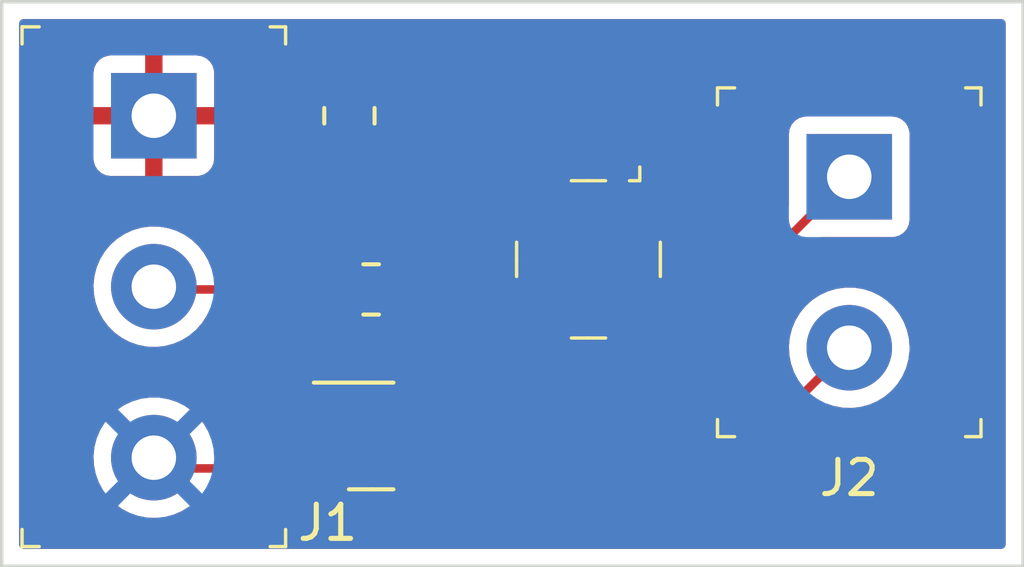
<source format=kicad_pcb>
(kicad_pcb (version 20210228) (generator pcbnew)
  (layers (0 "F.Cu" signal) (31 "B.Cu" signal) (34 "B.Paste" user) (35 "F.Paste" user) (36 "B.SilkS" user "B.Silkscreen") (37 "F.SilkS" user "F.Silkscreen") (38 "B.Mask" user) (39 "F.Mask" user) (44 "Edge.Cuts" user))
  (net 0 "")
  (footprint "UH_HA:Term_Block_1x2_P5mm" (layer "F.Cu") (at 153.67 91.48 -90)
    (fp_text reference "J2" (at 8.81 0) (layer "F.SilkS"))
    (fp_text value "TerminalBlock_3pin" hide)
    (fp_line (start 7.6 -3.85) (end 7.1 -3.85) (layer "F.SilkS") (width 0.1))
    (fp_line (start 7.6 3.85) (end 7.1 3.85) (layer "F.SilkS") (width 0.1))
    (fp_line (start -2.6 3.85) (end -2.6 3.35) (layer "F.SilkS") (width 0.1))
    (fp_line (start -2.6 -3.85) (end -2.1 -3.85) (layer "F.SilkS") (width 0.1))
    (fp_line (start 7.6 3.85) (end 7.6 3.35) (layer "F.SilkS") (width 0.1))
    (fp_line (start -2.6 -3.85) (end -2.6 -3.4) (layer "F.SilkS") (width 0.1))
    (fp_line (start -2.6 3.85) (end -2.1 3.85) (layer "F.SilkS") (width 0.1))
    (fp_line (start 7.6 -3.85) (end 7.6 -3.4) (layer "F.SilkS") (width 0.1))
    (pad "1" thru_hole rect (at 0 0 270) (size 2.5 2.5) (drill 1.3) (layers *.Cu *.Mask))
    (pad "2" thru_hole circle (at 5 0 270) (size 2.5 2.5) (drill 1.3) (layers *.Cu *.Mask))
  )
  (footprint "UH_HA:EL817-S1T" (layer "F.Cu") (at 146.05 93.895 -90)
    (fp_text reference "U3" hide)
    (fp_text value "PC817" hide)
    (fp_line (start 0 2.1) (end 0.5 2.1) (layer "F.SilkS") (width 0.1))
    (fp_line (start -2.3 -1.5) (end -2.3 -1.2) (layer "F.SilkS") (width 0.1))
    (fp_line (start 2.3 0) (end 2.3 -0.5) (layer "F.SilkS") (width 0.1))
    (fp_line (start 0 -2.1) (end 0.5 -2.1) (layer "F.SilkS") (width 0.1))
    (fp_line (start -2.3 0) (end -2.3 -0.5) (layer "F.SilkS") (width 0.1))
    (fp_line (start -2.3 0) (end -2.3 0.5) (layer "F.SilkS") (width 0.1))
    (fp_line (start 0 2.1) (end -0.5 2.1) (layer "F.SilkS") (width 0.1))
    (fp_line (start 0 -2.1) (end -0.5 -2.1) (layer "F.SilkS") (width 0.1))
    (fp_line (start -2.7 -1.5) (end -2.3 -1.5) (layer "F.SilkS") (width 0.1))
    (fp_line (start 2.3 0) (end 2.3 0.5) (layer "F.SilkS") (width 0.1))
    (pad "1" smd rect (at -4.69 -1.27 270) (size 1.68 1.71) (layers "F.Cu" "F.Paste" "F.Mask"))
    (pad "2" smd rect (at -4.69 1.27 270) (size 1.68 1.71) (layers "F.Cu" "F.Paste" "F.Mask"))
    (pad "3" smd rect (at 4.69 1.27 270) (size 1.68 1.71) (layers "F.Cu" "F.Paste" "F.Mask"))
    (pad "4" smd rect (at 4.69 -1.27 270) (size 1.68 1.71) (layers "F.Cu" "F.Paste" "F.Mask"))
  )
  (footprint "UH_HA:SOT-23" (layer "F.Cu") (at 139.7 99.06)
    (fp_text reference "Q1" hide)
    (fp_text value "MMBT3904" hide)
    (fp_line (start 0 -1.56) (end -1.675 -1.56) (layer "F.SilkS") (width 0.12))
    (fp_line (start 0 1.56) (end 0.65 1.56) (layer "F.SilkS") (width 0.12))
    (fp_line (start 0 1.56) (end -0.65 1.56) (layer "F.SilkS") (width 0.12))
    (fp_line (start 0 -1.56) (end 0.65 -1.56) (layer "F.SilkS") (width 0.12))
    (pad "1" smd roundrect (at -0.9375 -0.95) (size 1.475 0.6) (layers "F.Cu" "F.Paste" "F.Mask"))
    (pad "2" smd roundrect (at -0.9375 0.95) (size 1.475 0.6) (layers "F.Cu" "F.Paste" "F.Mask"))
    (pad "3" smd roundrect (at 0.9375 0) (size 1.475 0.6) (layers "F.Cu" "F.Paste" "F.Mask"))
  )
  (footprint "UH_HA:Term_Block_1x3_P5mm" (layer "F.Cu") (at 133.35 89.695 -90)
    (fp_text reference "J1" (at 11.905 -5.08) (layer "F.SilkS"))
    (fp_text value "TerminalBlock_3pin" hide)
    (fp_line (start -2.6 3.85) (end -2.1 3.85) (layer "F.SilkS") (width 0.1))
    (fp_line (start -2.6 -3.85) (end -2.6 -3.4) (layer "F.SilkS") (width 0.1))
    (fp_line (start 12.6 3.85) (end 12.1 3.85) (layer "F.SilkS") (width 0.1))
    (fp_line (start 12.6 3.85) (end 12.6 3.35) (layer "F.SilkS") (width 0.1))
    (fp_line (start 12.6 -3.85) (end 12.1 -3.85) (layer "F.SilkS") (width 0.1))
    (fp_line (start 12.6 -3.85) (end 12.6 -3.4) (layer "F.SilkS") (width 0.1))
    (fp_line (start -2.6 -3.85) (end -2.1 -3.85) (layer "F.SilkS") (width 0.1))
    (fp_line (start -2.6 3.85) (end -2.6 3.35) (layer "F.SilkS") (width 0.1))
    (pad "1" thru_hole rect (at 0 0 270) (size 2.5 2.5) (drill 1.3) (layers *.Cu *.Mask))
    (pad "2" thru_hole circle (at 5 0 270) (size 2.5 2.5) (drill 1.3) (layers *.Cu *.Mask))
    (pad "3" thru_hole circle (at 10 0 270) (size 2.5 2.5) (drill 1.3) (layers *.Cu *.Mask))
  )
  (footprint "Resistor_SMD:R_0805_2012Metric_Pad1.20x1.40mm_HandSolder" (layer "F.Cu") (at 139.7 94.775)
    (fp_text reference "R1" hide)
    (fp_text value "15k")
    (fp_line (start -0.227064 0.735) (end 0.227064 0.735) (layer "F.SilkS") (width 0.12))
    (fp_line (start -0.227064 -0.735) (end 0.227064 -0.735) (layer "F.SilkS") (width 0.12))
    (pad "1" smd roundrect (at -1 0) (size 1.2 1.4) (layers "F.Cu" "F.Paste" "F.Mask") (roundrect_rratio 0.208333))
    (pad "2" smd roundrect (at 1 0) (size 1.2 1.4) (layers "F.Cu" "F.Paste" "F.Mask") (roundrect_rratio 0.208333))
  )
  (footprint "Resistor_SMD:R_0805_2012Metric_Pad1.20x1.40mm_HandSolder" (layer "F.Cu") (at 139.065 89.695 -90)
    (fp_text reference "R2" hide)
    (fp_text value "200" hide)
    (fp_line (start -0.227064 -0.735) (end 0.227064 -0.735) (layer "F.SilkS") (width 0.12))
    (fp_line (start -0.227064 0.735) (end 0.227064 0.735) (layer "F.SilkS") (width 0.12))
    (pad "1" smd roundrect (at -1 0 270) (size 1.2 1.4) (layers "F.Cu" "F.Paste" "F.Mask") (roundrect_rratio 0.208333))
    (pad "2" smd roundrect (at 1 0 270) (size 1.2 1.4) (layers "F.Cu" "F.Paste" "F.Mask") (roundrect_rratio 0.208333))
  )
  (gr_line (start 128.905 86.36) (end 158.75 86.36) (layer "Edge.Cuts") (width 0.1))
  (gr_line (start 158.75 86.36) (end 158.75 102.87) (layer "Edge.Cuts") (width 0.1))
  (gr_line (start 158.75 102.87) (end 128.905 102.87) (layer "Edge.Cuts") (width 0.1))
  (gr_line (start 128.905 102.87) (end 128.905 86.36) (layer "Edge.Cuts") (width 0.1))
  (segment (start 140.7 96.1725) (end 140.7 94.775) (width 0.25) (layer "F.Cu") (net 0))
  (segment (start 147.32 98.585) (end 147.32 97.83) (width 0.25) (layer "F.Cu") (net 0))
  (segment (start 147.32 89.205) (end 147.32 88.425) (width 0.25) (layer "F.Cu") (net 0))
  (segment (start 138.7625 100.01) (end 133.665 100.01) (width 0.25) (layer "F.Cu") (net 0))
  (segment (start 144.78 94.9175) (end 144.78 89.205) (width 0.25) (layer "F.Cu") (net 0))
  (segment (start 133.665 100.01) (end 133.35 99.695) (width 0.25) (layer "F.Cu") (net 0))
  (segment (start 133.43 94.775) (end 133.35 94.695) (width 0.25) (layer "F.Cu") (net 0))
  (segment (start 147.32 88.425) (end 146.685 87.79) (width 0.25) (layer "F.Cu") (net 0))
  (segment (start 139.97 87.79) (end 139.065 88.695) (width 0.25) (layer "F.Cu") (net 0))
  (segment (start 138.7 94.775) (end 133.43 94.775) (width 0.25) (layer "F.Cu") (net 0))
  (segment (start 149.185 100.965) (end 153.67 96.48) (width 0.25) (layer "F.Cu") (net 0))
  (segment (start 147.32 97.83) (end 153.67 91.48) (width 0.25) (layer "F.Cu") (net 0))
  (segment (start 140.6375 99.06) (end 144.78 94.9175) (width 0.25) (layer "F.Cu") (net 0))
  (segment (start 138.7625 98.11) (end 140.7 96.1725) (width 0.25) (layer "F.Cu") (net 0))
  (segment (start 146.685 100.965) (end 149.185 100.965) (width 0.25) (layer "F.Cu") (net 0))
  (segment (start 144.78 98.585) (end 144.78 99.06) (width 0.25) (layer "F.Cu") (net 0))
  (segment (start 144.78 99.06) (end 146.685 100.965) (width 0.25) (layer "F.Cu") (net 0))
  (segment (start 146.685 87.79) (end 139.97 87.79) (width 0.25) (layer "F.Cu") (net 0))
  (zone (net 0) (net_name "") (layer "F.Cu") (connect_pads (clearance 0.508)) (min_thickness 0.254) (fill yes (thermal_gap 0.508) (thermal_bridge_width 0.508))
    (polygon (pts (xy 158.75 102.87) (xy 128.905 102.87) (xy 128.905 86.36) (xy 158.75 86.36)))
  )
  (zone (net 0) (net_name "") (layer "B.Cu") (connect_pads (clearance 0.508)) (min_thickness 0.254) (fill yes (thermal_gap 0.508) (thermal_bridge_width 0.508))
    (polygon (pts (xy 158.75 102.87) (xy 128.905 102.87) (xy 128.905 86.36) (xy 158.75 86.36)))
  )
)
</source>
